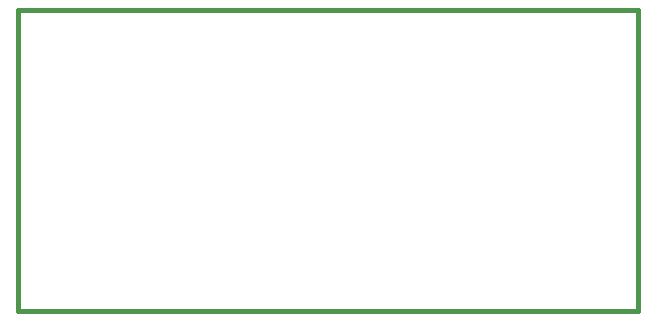
<source format=gko>
G04 (created by PCBNEW-RS274X (2012-apr-16-27)-stable) date Thu 19 Jun 2014 09:24:34 AM PDT*
G01*
G70*
G90*
%MOIN*%
G04 Gerber Fmt 3.4, Leading zero omitted, Abs format*
%FSLAX34Y34*%
G04 APERTURE LIST*
%ADD10C,0.006000*%
%ADD11C,0.015000*%
G04 APERTURE END LIST*
G54D10*
G54D11*
X25787Y-05709D02*
X05118Y-05709D01*
X25787Y-15748D02*
X25787Y-05709D01*
X05118Y-15748D02*
X25787Y-15748D01*
X05118Y-05709D02*
X05118Y-15748D01*
M02*

</source>
